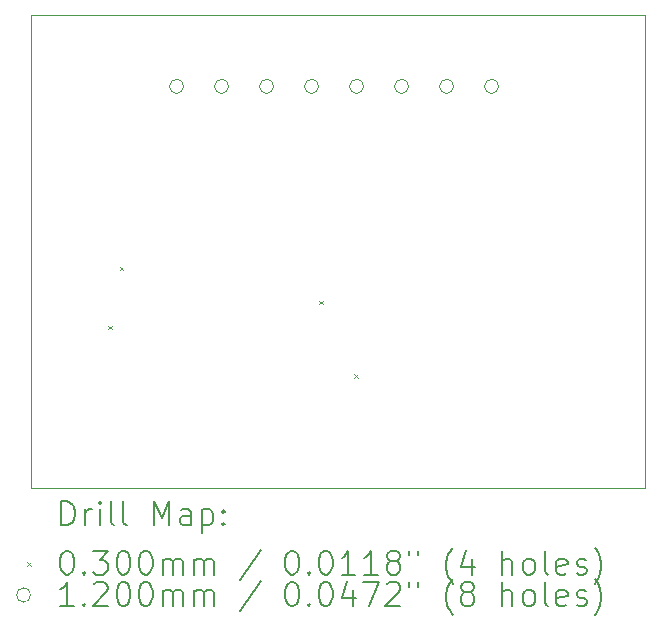
<source format=gbr>
%TF.GenerationSoftware,KiCad,Pcbnew,9.0.6*%
%TF.CreationDate,2025-11-17T15:03:21+03:00*%
%TF.ProjectId,TempControl4ch,54656d70-436f-46e7-9472-6f6c3463682e,rev?*%
%TF.SameCoordinates,Original*%
%TF.FileFunction,Drillmap*%
%TF.FilePolarity,Positive*%
%FSLAX45Y45*%
G04 Gerber Fmt 4.5, Leading zero omitted, Abs format (unit mm)*
G04 Created by KiCad (PCBNEW 9.0.6) date 2025-11-17 15:03:21*
%MOMM*%
%LPD*%
G01*
G04 APERTURE LIST*
%ADD10C,0.050000*%
%ADD11C,0.200000*%
%ADD12C,0.100000*%
%ADD13C,0.120000*%
G04 APERTURE END LIST*
D10*
X11800000Y-5800000D02*
X17000000Y-5800000D01*
X17000000Y-9800000D01*
X11800000Y-9800000D01*
X11800000Y-5800000D01*
D11*
D12*
X12454200Y-8427650D02*
X12484200Y-8457650D01*
X12484200Y-8427650D02*
X12454200Y-8457650D01*
X12551250Y-7928520D02*
X12581250Y-7958520D01*
X12581250Y-7928520D02*
X12551250Y-7958520D01*
X14240000Y-8215670D02*
X14270000Y-8245670D01*
X14270000Y-8215670D02*
X14240000Y-8245670D01*
X14537190Y-8835980D02*
X14567190Y-8865980D01*
X14567190Y-8835980D02*
X14537190Y-8865980D01*
D13*
X13093000Y-6400000D02*
G75*
G02*
X12973000Y-6400000I-60000J0D01*
G01*
X12973000Y-6400000D02*
G75*
G02*
X13093000Y-6400000I60000J0D01*
G01*
X13474000Y-6400000D02*
G75*
G02*
X13354000Y-6400000I-60000J0D01*
G01*
X13354000Y-6400000D02*
G75*
G02*
X13474000Y-6400000I60000J0D01*
G01*
X13855000Y-6400000D02*
G75*
G02*
X13735000Y-6400000I-60000J0D01*
G01*
X13735000Y-6400000D02*
G75*
G02*
X13855000Y-6400000I60000J0D01*
G01*
X14236000Y-6400000D02*
G75*
G02*
X14116000Y-6400000I-60000J0D01*
G01*
X14116000Y-6400000D02*
G75*
G02*
X14236000Y-6400000I60000J0D01*
G01*
X14617000Y-6400000D02*
G75*
G02*
X14497000Y-6400000I-60000J0D01*
G01*
X14497000Y-6400000D02*
G75*
G02*
X14617000Y-6400000I60000J0D01*
G01*
X14998000Y-6400000D02*
G75*
G02*
X14878000Y-6400000I-60000J0D01*
G01*
X14878000Y-6400000D02*
G75*
G02*
X14998000Y-6400000I60000J0D01*
G01*
X15379000Y-6400000D02*
G75*
G02*
X15259000Y-6400000I-60000J0D01*
G01*
X15259000Y-6400000D02*
G75*
G02*
X15379000Y-6400000I60000J0D01*
G01*
X15760000Y-6400000D02*
G75*
G02*
X15640000Y-6400000I-60000J0D01*
G01*
X15640000Y-6400000D02*
G75*
G02*
X15760000Y-6400000I60000J0D01*
G01*
D11*
X12058277Y-10113984D02*
X12058277Y-9913984D01*
X12058277Y-9913984D02*
X12105896Y-9913984D01*
X12105896Y-9913984D02*
X12134467Y-9923508D01*
X12134467Y-9923508D02*
X12153515Y-9942555D01*
X12153515Y-9942555D02*
X12163039Y-9961603D01*
X12163039Y-9961603D02*
X12172562Y-9999698D01*
X12172562Y-9999698D02*
X12172562Y-10028270D01*
X12172562Y-10028270D02*
X12163039Y-10066365D01*
X12163039Y-10066365D02*
X12153515Y-10085412D01*
X12153515Y-10085412D02*
X12134467Y-10104460D01*
X12134467Y-10104460D02*
X12105896Y-10113984D01*
X12105896Y-10113984D02*
X12058277Y-10113984D01*
X12258277Y-10113984D02*
X12258277Y-9980650D01*
X12258277Y-10018746D02*
X12267801Y-9999698D01*
X12267801Y-9999698D02*
X12277324Y-9990174D01*
X12277324Y-9990174D02*
X12296372Y-9980650D01*
X12296372Y-9980650D02*
X12315420Y-9980650D01*
X12382086Y-10113984D02*
X12382086Y-9980650D01*
X12382086Y-9913984D02*
X12372562Y-9923508D01*
X12372562Y-9923508D02*
X12382086Y-9933031D01*
X12382086Y-9933031D02*
X12391610Y-9923508D01*
X12391610Y-9923508D02*
X12382086Y-9913984D01*
X12382086Y-9913984D02*
X12382086Y-9933031D01*
X12505896Y-10113984D02*
X12486848Y-10104460D01*
X12486848Y-10104460D02*
X12477324Y-10085412D01*
X12477324Y-10085412D02*
X12477324Y-9913984D01*
X12610658Y-10113984D02*
X12591610Y-10104460D01*
X12591610Y-10104460D02*
X12582086Y-10085412D01*
X12582086Y-10085412D02*
X12582086Y-9913984D01*
X12839229Y-10113984D02*
X12839229Y-9913984D01*
X12839229Y-9913984D02*
X12905896Y-10056841D01*
X12905896Y-10056841D02*
X12972562Y-9913984D01*
X12972562Y-9913984D02*
X12972562Y-10113984D01*
X13153515Y-10113984D02*
X13153515Y-10009222D01*
X13153515Y-10009222D02*
X13143991Y-9990174D01*
X13143991Y-9990174D02*
X13124943Y-9980650D01*
X13124943Y-9980650D02*
X13086848Y-9980650D01*
X13086848Y-9980650D02*
X13067801Y-9990174D01*
X13153515Y-10104460D02*
X13134467Y-10113984D01*
X13134467Y-10113984D02*
X13086848Y-10113984D01*
X13086848Y-10113984D02*
X13067801Y-10104460D01*
X13067801Y-10104460D02*
X13058277Y-10085412D01*
X13058277Y-10085412D02*
X13058277Y-10066365D01*
X13058277Y-10066365D02*
X13067801Y-10047317D01*
X13067801Y-10047317D02*
X13086848Y-10037793D01*
X13086848Y-10037793D02*
X13134467Y-10037793D01*
X13134467Y-10037793D02*
X13153515Y-10028270D01*
X13248753Y-9980650D02*
X13248753Y-10180650D01*
X13248753Y-9990174D02*
X13267801Y-9980650D01*
X13267801Y-9980650D02*
X13305896Y-9980650D01*
X13305896Y-9980650D02*
X13324943Y-9990174D01*
X13324943Y-9990174D02*
X13334467Y-9999698D01*
X13334467Y-9999698D02*
X13343991Y-10018746D01*
X13343991Y-10018746D02*
X13343991Y-10075889D01*
X13343991Y-10075889D02*
X13334467Y-10094936D01*
X13334467Y-10094936D02*
X13324943Y-10104460D01*
X13324943Y-10104460D02*
X13305896Y-10113984D01*
X13305896Y-10113984D02*
X13267801Y-10113984D01*
X13267801Y-10113984D02*
X13248753Y-10104460D01*
X13429705Y-10094936D02*
X13439229Y-10104460D01*
X13439229Y-10104460D02*
X13429705Y-10113984D01*
X13429705Y-10113984D02*
X13420182Y-10104460D01*
X13420182Y-10104460D02*
X13429705Y-10094936D01*
X13429705Y-10094936D02*
X13429705Y-10113984D01*
X13429705Y-9990174D02*
X13439229Y-9999698D01*
X13439229Y-9999698D02*
X13429705Y-10009222D01*
X13429705Y-10009222D02*
X13420182Y-9999698D01*
X13420182Y-9999698D02*
X13429705Y-9990174D01*
X13429705Y-9990174D02*
X13429705Y-10009222D01*
D12*
X11767500Y-10427500D02*
X11797500Y-10457500D01*
X11797500Y-10427500D02*
X11767500Y-10457500D01*
D11*
X12096372Y-10333984D02*
X12115420Y-10333984D01*
X12115420Y-10333984D02*
X12134467Y-10343508D01*
X12134467Y-10343508D02*
X12143991Y-10353031D01*
X12143991Y-10353031D02*
X12153515Y-10372079D01*
X12153515Y-10372079D02*
X12163039Y-10410174D01*
X12163039Y-10410174D02*
X12163039Y-10457793D01*
X12163039Y-10457793D02*
X12153515Y-10495889D01*
X12153515Y-10495889D02*
X12143991Y-10514936D01*
X12143991Y-10514936D02*
X12134467Y-10524460D01*
X12134467Y-10524460D02*
X12115420Y-10533984D01*
X12115420Y-10533984D02*
X12096372Y-10533984D01*
X12096372Y-10533984D02*
X12077324Y-10524460D01*
X12077324Y-10524460D02*
X12067801Y-10514936D01*
X12067801Y-10514936D02*
X12058277Y-10495889D01*
X12058277Y-10495889D02*
X12048753Y-10457793D01*
X12048753Y-10457793D02*
X12048753Y-10410174D01*
X12048753Y-10410174D02*
X12058277Y-10372079D01*
X12058277Y-10372079D02*
X12067801Y-10353031D01*
X12067801Y-10353031D02*
X12077324Y-10343508D01*
X12077324Y-10343508D02*
X12096372Y-10333984D01*
X12248753Y-10514936D02*
X12258277Y-10524460D01*
X12258277Y-10524460D02*
X12248753Y-10533984D01*
X12248753Y-10533984D02*
X12239229Y-10524460D01*
X12239229Y-10524460D02*
X12248753Y-10514936D01*
X12248753Y-10514936D02*
X12248753Y-10533984D01*
X12324943Y-10333984D02*
X12448753Y-10333984D01*
X12448753Y-10333984D02*
X12382086Y-10410174D01*
X12382086Y-10410174D02*
X12410658Y-10410174D01*
X12410658Y-10410174D02*
X12429705Y-10419698D01*
X12429705Y-10419698D02*
X12439229Y-10429222D01*
X12439229Y-10429222D02*
X12448753Y-10448270D01*
X12448753Y-10448270D02*
X12448753Y-10495889D01*
X12448753Y-10495889D02*
X12439229Y-10514936D01*
X12439229Y-10514936D02*
X12429705Y-10524460D01*
X12429705Y-10524460D02*
X12410658Y-10533984D01*
X12410658Y-10533984D02*
X12353515Y-10533984D01*
X12353515Y-10533984D02*
X12334467Y-10524460D01*
X12334467Y-10524460D02*
X12324943Y-10514936D01*
X12572562Y-10333984D02*
X12591610Y-10333984D01*
X12591610Y-10333984D02*
X12610658Y-10343508D01*
X12610658Y-10343508D02*
X12620182Y-10353031D01*
X12620182Y-10353031D02*
X12629705Y-10372079D01*
X12629705Y-10372079D02*
X12639229Y-10410174D01*
X12639229Y-10410174D02*
X12639229Y-10457793D01*
X12639229Y-10457793D02*
X12629705Y-10495889D01*
X12629705Y-10495889D02*
X12620182Y-10514936D01*
X12620182Y-10514936D02*
X12610658Y-10524460D01*
X12610658Y-10524460D02*
X12591610Y-10533984D01*
X12591610Y-10533984D02*
X12572562Y-10533984D01*
X12572562Y-10533984D02*
X12553515Y-10524460D01*
X12553515Y-10524460D02*
X12543991Y-10514936D01*
X12543991Y-10514936D02*
X12534467Y-10495889D01*
X12534467Y-10495889D02*
X12524943Y-10457793D01*
X12524943Y-10457793D02*
X12524943Y-10410174D01*
X12524943Y-10410174D02*
X12534467Y-10372079D01*
X12534467Y-10372079D02*
X12543991Y-10353031D01*
X12543991Y-10353031D02*
X12553515Y-10343508D01*
X12553515Y-10343508D02*
X12572562Y-10333984D01*
X12763039Y-10333984D02*
X12782086Y-10333984D01*
X12782086Y-10333984D02*
X12801134Y-10343508D01*
X12801134Y-10343508D02*
X12810658Y-10353031D01*
X12810658Y-10353031D02*
X12820182Y-10372079D01*
X12820182Y-10372079D02*
X12829705Y-10410174D01*
X12829705Y-10410174D02*
X12829705Y-10457793D01*
X12829705Y-10457793D02*
X12820182Y-10495889D01*
X12820182Y-10495889D02*
X12810658Y-10514936D01*
X12810658Y-10514936D02*
X12801134Y-10524460D01*
X12801134Y-10524460D02*
X12782086Y-10533984D01*
X12782086Y-10533984D02*
X12763039Y-10533984D01*
X12763039Y-10533984D02*
X12743991Y-10524460D01*
X12743991Y-10524460D02*
X12734467Y-10514936D01*
X12734467Y-10514936D02*
X12724943Y-10495889D01*
X12724943Y-10495889D02*
X12715420Y-10457793D01*
X12715420Y-10457793D02*
X12715420Y-10410174D01*
X12715420Y-10410174D02*
X12724943Y-10372079D01*
X12724943Y-10372079D02*
X12734467Y-10353031D01*
X12734467Y-10353031D02*
X12743991Y-10343508D01*
X12743991Y-10343508D02*
X12763039Y-10333984D01*
X12915420Y-10533984D02*
X12915420Y-10400650D01*
X12915420Y-10419698D02*
X12924943Y-10410174D01*
X12924943Y-10410174D02*
X12943991Y-10400650D01*
X12943991Y-10400650D02*
X12972563Y-10400650D01*
X12972563Y-10400650D02*
X12991610Y-10410174D01*
X12991610Y-10410174D02*
X13001134Y-10429222D01*
X13001134Y-10429222D02*
X13001134Y-10533984D01*
X13001134Y-10429222D02*
X13010658Y-10410174D01*
X13010658Y-10410174D02*
X13029705Y-10400650D01*
X13029705Y-10400650D02*
X13058277Y-10400650D01*
X13058277Y-10400650D02*
X13077324Y-10410174D01*
X13077324Y-10410174D02*
X13086848Y-10429222D01*
X13086848Y-10429222D02*
X13086848Y-10533984D01*
X13182086Y-10533984D02*
X13182086Y-10400650D01*
X13182086Y-10419698D02*
X13191610Y-10410174D01*
X13191610Y-10410174D02*
X13210658Y-10400650D01*
X13210658Y-10400650D02*
X13239229Y-10400650D01*
X13239229Y-10400650D02*
X13258277Y-10410174D01*
X13258277Y-10410174D02*
X13267801Y-10429222D01*
X13267801Y-10429222D02*
X13267801Y-10533984D01*
X13267801Y-10429222D02*
X13277324Y-10410174D01*
X13277324Y-10410174D02*
X13296372Y-10400650D01*
X13296372Y-10400650D02*
X13324943Y-10400650D01*
X13324943Y-10400650D02*
X13343991Y-10410174D01*
X13343991Y-10410174D02*
X13353515Y-10429222D01*
X13353515Y-10429222D02*
X13353515Y-10533984D01*
X13743991Y-10324460D02*
X13572563Y-10581603D01*
X14001134Y-10333984D02*
X14020182Y-10333984D01*
X14020182Y-10333984D02*
X14039229Y-10343508D01*
X14039229Y-10343508D02*
X14048753Y-10353031D01*
X14048753Y-10353031D02*
X14058277Y-10372079D01*
X14058277Y-10372079D02*
X14067801Y-10410174D01*
X14067801Y-10410174D02*
X14067801Y-10457793D01*
X14067801Y-10457793D02*
X14058277Y-10495889D01*
X14058277Y-10495889D02*
X14048753Y-10514936D01*
X14048753Y-10514936D02*
X14039229Y-10524460D01*
X14039229Y-10524460D02*
X14020182Y-10533984D01*
X14020182Y-10533984D02*
X14001134Y-10533984D01*
X14001134Y-10533984D02*
X13982086Y-10524460D01*
X13982086Y-10524460D02*
X13972563Y-10514936D01*
X13972563Y-10514936D02*
X13963039Y-10495889D01*
X13963039Y-10495889D02*
X13953515Y-10457793D01*
X13953515Y-10457793D02*
X13953515Y-10410174D01*
X13953515Y-10410174D02*
X13963039Y-10372079D01*
X13963039Y-10372079D02*
X13972563Y-10353031D01*
X13972563Y-10353031D02*
X13982086Y-10343508D01*
X13982086Y-10343508D02*
X14001134Y-10333984D01*
X14153515Y-10514936D02*
X14163039Y-10524460D01*
X14163039Y-10524460D02*
X14153515Y-10533984D01*
X14153515Y-10533984D02*
X14143991Y-10524460D01*
X14143991Y-10524460D02*
X14153515Y-10514936D01*
X14153515Y-10514936D02*
X14153515Y-10533984D01*
X14286848Y-10333984D02*
X14305896Y-10333984D01*
X14305896Y-10333984D02*
X14324944Y-10343508D01*
X14324944Y-10343508D02*
X14334467Y-10353031D01*
X14334467Y-10353031D02*
X14343991Y-10372079D01*
X14343991Y-10372079D02*
X14353515Y-10410174D01*
X14353515Y-10410174D02*
X14353515Y-10457793D01*
X14353515Y-10457793D02*
X14343991Y-10495889D01*
X14343991Y-10495889D02*
X14334467Y-10514936D01*
X14334467Y-10514936D02*
X14324944Y-10524460D01*
X14324944Y-10524460D02*
X14305896Y-10533984D01*
X14305896Y-10533984D02*
X14286848Y-10533984D01*
X14286848Y-10533984D02*
X14267801Y-10524460D01*
X14267801Y-10524460D02*
X14258277Y-10514936D01*
X14258277Y-10514936D02*
X14248753Y-10495889D01*
X14248753Y-10495889D02*
X14239229Y-10457793D01*
X14239229Y-10457793D02*
X14239229Y-10410174D01*
X14239229Y-10410174D02*
X14248753Y-10372079D01*
X14248753Y-10372079D02*
X14258277Y-10353031D01*
X14258277Y-10353031D02*
X14267801Y-10343508D01*
X14267801Y-10343508D02*
X14286848Y-10333984D01*
X14543991Y-10533984D02*
X14429706Y-10533984D01*
X14486848Y-10533984D02*
X14486848Y-10333984D01*
X14486848Y-10333984D02*
X14467801Y-10362555D01*
X14467801Y-10362555D02*
X14448753Y-10381603D01*
X14448753Y-10381603D02*
X14429706Y-10391127D01*
X14734467Y-10533984D02*
X14620182Y-10533984D01*
X14677325Y-10533984D02*
X14677325Y-10333984D01*
X14677325Y-10333984D02*
X14658277Y-10362555D01*
X14658277Y-10362555D02*
X14639229Y-10381603D01*
X14639229Y-10381603D02*
X14620182Y-10391127D01*
X14848753Y-10419698D02*
X14829706Y-10410174D01*
X14829706Y-10410174D02*
X14820182Y-10400650D01*
X14820182Y-10400650D02*
X14810658Y-10381603D01*
X14810658Y-10381603D02*
X14810658Y-10372079D01*
X14810658Y-10372079D02*
X14820182Y-10353031D01*
X14820182Y-10353031D02*
X14829706Y-10343508D01*
X14829706Y-10343508D02*
X14848753Y-10333984D01*
X14848753Y-10333984D02*
X14886848Y-10333984D01*
X14886848Y-10333984D02*
X14905896Y-10343508D01*
X14905896Y-10343508D02*
X14915420Y-10353031D01*
X14915420Y-10353031D02*
X14924944Y-10372079D01*
X14924944Y-10372079D02*
X14924944Y-10381603D01*
X14924944Y-10381603D02*
X14915420Y-10400650D01*
X14915420Y-10400650D02*
X14905896Y-10410174D01*
X14905896Y-10410174D02*
X14886848Y-10419698D01*
X14886848Y-10419698D02*
X14848753Y-10419698D01*
X14848753Y-10419698D02*
X14829706Y-10429222D01*
X14829706Y-10429222D02*
X14820182Y-10438746D01*
X14820182Y-10438746D02*
X14810658Y-10457793D01*
X14810658Y-10457793D02*
X14810658Y-10495889D01*
X14810658Y-10495889D02*
X14820182Y-10514936D01*
X14820182Y-10514936D02*
X14829706Y-10524460D01*
X14829706Y-10524460D02*
X14848753Y-10533984D01*
X14848753Y-10533984D02*
X14886848Y-10533984D01*
X14886848Y-10533984D02*
X14905896Y-10524460D01*
X14905896Y-10524460D02*
X14915420Y-10514936D01*
X14915420Y-10514936D02*
X14924944Y-10495889D01*
X14924944Y-10495889D02*
X14924944Y-10457793D01*
X14924944Y-10457793D02*
X14915420Y-10438746D01*
X14915420Y-10438746D02*
X14905896Y-10429222D01*
X14905896Y-10429222D02*
X14886848Y-10419698D01*
X15001134Y-10333984D02*
X15001134Y-10372079D01*
X15077325Y-10333984D02*
X15077325Y-10372079D01*
X15372563Y-10610174D02*
X15363039Y-10600650D01*
X15363039Y-10600650D02*
X15343991Y-10572079D01*
X15343991Y-10572079D02*
X15334468Y-10553031D01*
X15334468Y-10553031D02*
X15324944Y-10524460D01*
X15324944Y-10524460D02*
X15315420Y-10476841D01*
X15315420Y-10476841D02*
X15315420Y-10438746D01*
X15315420Y-10438746D02*
X15324944Y-10391127D01*
X15324944Y-10391127D02*
X15334468Y-10362555D01*
X15334468Y-10362555D02*
X15343991Y-10343508D01*
X15343991Y-10343508D02*
X15363039Y-10314936D01*
X15363039Y-10314936D02*
X15372563Y-10305412D01*
X15534468Y-10400650D02*
X15534468Y-10533984D01*
X15486848Y-10324460D02*
X15439229Y-10467317D01*
X15439229Y-10467317D02*
X15563039Y-10467317D01*
X15791610Y-10533984D02*
X15791610Y-10333984D01*
X15877325Y-10533984D02*
X15877325Y-10429222D01*
X15877325Y-10429222D02*
X15867801Y-10410174D01*
X15867801Y-10410174D02*
X15848753Y-10400650D01*
X15848753Y-10400650D02*
X15820182Y-10400650D01*
X15820182Y-10400650D02*
X15801134Y-10410174D01*
X15801134Y-10410174D02*
X15791610Y-10419698D01*
X16001134Y-10533984D02*
X15982087Y-10524460D01*
X15982087Y-10524460D02*
X15972563Y-10514936D01*
X15972563Y-10514936D02*
X15963039Y-10495889D01*
X15963039Y-10495889D02*
X15963039Y-10438746D01*
X15963039Y-10438746D02*
X15972563Y-10419698D01*
X15972563Y-10419698D02*
X15982087Y-10410174D01*
X15982087Y-10410174D02*
X16001134Y-10400650D01*
X16001134Y-10400650D02*
X16029706Y-10400650D01*
X16029706Y-10400650D02*
X16048753Y-10410174D01*
X16048753Y-10410174D02*
X16058277Y-10419698D01*
X16058277Y-10419698D02*
X16067801Y-10438746D01*
X16067801Y-10438746D02*
X16067801Y-10495889D01*
X16067801Y-10495889D02*
X16058277Y-10514936D01*
X16058277Y-10514936D02*
X16048753Y-10524460D01*
X16048753Y-10524460D02*
X16029706Y-10533984D01*
X16029706Y-10533984D02*
X16001134Y-10533984D01*
X16182087Y-10533984D02*
X16163039Y-10524460D01*
X16163039Y-10524460D02*
X16153515Y-10505412D01*
X16153515Y-10505412D02*
X16153515Y-10333984D01*
X16334468Y-10524460D02*
X16315420Y-10533984D01*
X16315420Y-10533984D02*
X16277325Y-10533984D01*
X16277325Y-10533984D02*
X16258277Y-10524460D01*
X16258277Y-10524460D02*
X16248753Y-10505412D01*
X16248753Y-10505412D02*
X16248753Y-10429222D01*
X16248753Y-10429222D02*
X16258277Y-10410174D01*
X16258277Y-10410174D02*
X16277325Y-10400650D01*
X16277325Y-10400650D02*
X16315420Y-10400650D01*
X16315420Y-10400650D02*
X16334468Y-10410174D01*
X16334468Y-10410174D02*
X16343991Y-10429222D01*
X16343991Y-10429222D02*
X16343991Y-10448270D01*
X16343991Y-10448270D02*
X16248753Y-10467317D01*
X16420182Y-10524460D02*
X16439230Y-10533984D01*
X16439230Y-10533984D02*
X16477325Y-10533984D01*
X16477325Y-10533984D02*
X16496372Y-10524460D01*
X16496372Y-10524460D02*
X16505896Y-10505412D01*
X16505896Y-10505412D02*
X16505896Y-10495889D01*
X16505896Y-10495889D02*
X16496372Y-10476841D01*
X16496372Y-10476841D02*
X16477325Y-10467317D01*
X16477325Y-10467317D02*
X16448753Y-10467317D01*
X16448753Y-10467317D02*
X16429706Y-10457793D01*
X16429706Y-10457793D02*
X16420182Y-10438746D01*
X16420182Y-10438746D02*
X16420182Y-10429222D01*
X16420182Y-10429222D02*
X16429706Y-10410174D01*
X16429706Y-10410174D02*
X16448753Y-10400650D01*
X16448753Y-10400650D02*
X16477325Y-10400650D01*
X16477325Y-10400650D02*
X16496372Y-10410174D01*
X16572563Y-10610174D02*
X16582087Y-10600650D01*
X16582087Y-10600650D02*
X16601134Y-10572079D01*
X16601134Y-10572079D02*
X16610658Y-10553031D01*
X16610658Y-10553031D02*
X16620182Y-10524460D01*
X16620182Y-10524460D02*
X16629706Y-10476841D01*
X16629706Y-10476841D02*
X16629706Y-10438746D01*
X16629706Y-10438746D02*
X16620182Y-10391127D01*
X16620182Y-10391127D02*
X16610658Y-10362555D01*
X16610658Y-10362555D02*
X16601134Y-10343508D01*
X16601134Y-10343508D02*
X16582087Y-10314936D01*
X16582087Y-10314936D02*
X16572563Y-10305412D01*
D13*
X11797500Y-10706500D02*
G75*
G02*
X11677500Y-10706500I-60000J0D01*
G01*
X11677500Y-10706500D02*
G75*
G02*
X11797500Y-10706500I60000J0D01*
G01*
D11*
X12163039Y-10797984D02*
X12048753Y-10797984D01*
X12105896Y-10797984D02*
X12105896Y-10597984D01*
X12105896Y-10597984D02*
X12086848Y-10626555D01*
X12086848Y-10626555D02*
X12067801Y-10645603D01*
X12067801Y-10645603D02*
X12048753Y-10655127D01*
X12248753Y-10778936D02*
X12258277Y-10788460D01*
X12258277Y-10788460D02*
X12248753Y-10797984D01*
X12248753Y-10797984D02*
X12239229Y-10788460D01*
X12239229Y-10788460D02*
X12248753Y-10778936D01*
X12248753Y-10778936D02*
X12248753Y-10797984D01*
X12334467Y-10617031D02*
X12343991Y-10607508D01*
X12343991Y-10607508D02*
X12363039Y-10597984D01*
X12363039Y-10597984D02*
X12410658Y-10597984D01*
X12410658Y-10597984D02*
X12429705Y-10607508D01*
X12429705Y-10607508D02*
X12439229Y-10617031D01*
X12439229Y-10617031D02*
X12448753Y-10636079D01*
X12448753Y-10636079D02*
X12448753Y-10655127D01*
X12448753Y-10655127D02*
X12439229Y-10683698D01*
X12439229Y-10683698D02*
X12324943Y-10797984D01*
X12324943Y-10797984D02*
X12448753Y-10797984D01*
X12572562Y-10597984D02*
X12591610Y-10597984D01*
X12591610Y-10597984D02*
X12610658Y-10607508D01*
X12610658Y-10607508D02*
X12620182Y-10617031D01*
X12620182Y-10617031D02*
X12629705Y-10636079D01*
X12629705Y-10636079D02*
X12639229Y-10674174D01*
X12639229Y-10674174D02*
X12639229Y-10721793D01*
X12639229Y-10721793D02*
X12629705Y-10759889D01*
X12629705Y-10759889D02*
X12620182Y-10778936D01*
X12620182Y-10778936D02*
X12610658Y-10788460D01*
X12610658Y-10788460D02*
X12591610Y-10797984D01*
X12591610Y-10797984D02*
X12572562Y-10797984D01*
X12572562Y-10797984D02*
X12553515Y-10788460D01*
X12553515Y-10788460D02*
X12543991Y-10778936D01*
X12543991Y-10778936D02*
X12534467Y-10759889D01*
X12534467Y-10759889D02*
X12524943Y-10721793D01*
X12524943Y-10721793D02*
X12524943Y-10674174D01*
X12524943Y-10674174D02*
X12534467Y-10636079D01*
X12534467Y-10636079D02*
X12543991Y-10617031D01*
X12543991Y-10617031D02*
X12553515Y-10607508D01*
X12553515Y-10607508D02*
X12572562Y-10597984D01*
X12763039Y-10597984D02*
X12782086Y-10597984D01*
X12782086Y-10597984D02*
X12801134Y-10607508D01*
X12801134Y-10607508D02*
X12810658Y-10617031D01*
X12810658Y-10617031D02*
X12820182Y-10636079D01*
X12820182Y-10636079D02*
X12829705Y-10674174D01*
X12829705Y-10674174D02*
X12829705Y-10721793D01*
X12829705Y-10721793D02*
X12820182Y-10759889D01*
X12820182Y-10759889D02*
X12810658Y-10778936D01*
X12810658Y-10778936D02*
X12801134Y-10788460D01*
X12801134Y-10788460D02*
X12782086Y-10797984D01*
X12782086Y-10797984D02*
X12763039Y-10797984D01*
X12763039Y-10797984D02*
X12743991Y-10788460D01*
X12743991Y-10788460D02*
X12734467Y-10778936D01*
X12734467Y-10778936D02*
X12724943Y-10759889D01*
X12724943Y-10759889D02*
X12715420Y-10721793D01*
X12715420Y-10721793D02*
X12715420Y-10674174D01*
X12715420Y-10674174D02*
X12724943Y-10636079D01*
X12724943Y-10636079D02*
X12734467Y-10617031D01*
X12734467Y-10617031D02*
X12743991Y-10607508D01*
X12743991Y-10607508D02*
X12763039Y-10597984D01*
X12915420Y-10797984D02*
X12915420Y-10664650D01*
X12915420Y-10683698D02*
X12924943Y-10674174D01*
X12924943Y-10674174D02*
X12943991Y-10664650D01*
X12943991Y-10664650D02*
X12972563Y-10664650D01*
X12972563Y-10664650D02*
X12991610Y-10674174D01*
X12991610Y-10674174D02*
X13001134Y-10693222D01*
X13001134Y-10693222D02*
X13001134Y-10797984D01*
X13001134Y-10693222D02*
X13010658Y-10674174D01*
X13010658Y-10674174D02*
X13029705Y-10664650D01*
X13029705Y-10664650D02*
X13058277Y-10664650D01*
X13058277Y-10664650D02*
X13077324Y-10674174D01*
X13077324Y-10674174D02*
X13086848Y-10693222D01*
X13086848Y-10693222D02*
X13086848Y-10797984D01*
X13182086Y-10797984D02*
X13182086Y-10664650D01*
X13182086Y-10683698D02*
X13191610Y-10674174D01*
X13191610Y-10674174D02*
X13210658Y-10664650D01*
X13210658Y-10664650D02*
X13239229Y-10664650D01*
X13239229Y-10664650D02*
X13258277Y-10674174D01*
X13258277Y-10674174D02*
X13267801Y-10693222D01*
X13267801Y-10693222D02*
X13267801Y-10797984D01*
X13267801Y-10693222D02*
X13277324Y-10674174D01*
X13277324Y-10674174D02*
X13296372Y-10664650D01*
X13296372Y-10664650D02*
X13324943Y-10664650D01*
X13324943Y-10664650D02*
X13343991Y-10674174D01*
X13343991Y-10674174D02*
X13353515Y-10693222D01*
X13353515Y-10693222D02*
X13353515Y-10797984D01*
X13743991Y-10588460D02*
X13572563Y-10845603D01*
X14001134Y-10597984D02*
X14020182Y-10597984D01*
X14020182Y-10597984D02*
X14039229Y-10607508D01*
X14039229Y-10607508D02*
X14048753Y-10617031D01*
X14048753Y-10617031D02*
X14058277Y-10636079D01*
X14058277Y-10636079D02*
X14067801Y-10674174D01*
X14067801Y-10674174D02*
X14067801Y-10721793D01*
X14067801Y-10721793D02*
X14058277Y-10759889D01*
X14058277Y-10759889D02*
X14048753Y-10778936D01*
X14048753Y-10778936D02*
X14039229Y-10788460D01*
X14039229Y-10788460D02*
X14020182Y-10797984D01*
X14020182Y-10797984D02*
X14001134Y-10797984D01*
X14001134Y-10797984D02*
X13982086Y-10788460D01*
X13982086Y-10788460D02*
X13972563Y-10778936D01*
X13972563Y-10778936D02*
X13963039Y-10759889D01*
X13963039Y-10759889D02*
X13953515Y-10721793D01*
X13953515Y-10721793D02*
X13953515Y-10674174D01*
X13953515Y-10674174D02*
X13963039Y-10636079D01*
X13963039Y-10636079D02*
X13972563Y-10617031D01*
X13972563Y-10617031D02*
X13982086Y-10607508D01*
X13982086Y-10607508D02*
X14001134Y-10597984D01*
X14153515Y-10778936D02*
X14163039Y-10788460D01*
X14163039Y-10788460D02*
X14153515Y-10797984D01*
X14153515Y-10797984D02*
X14143991Y-10788460D01*
X14143991Y-10788460D02*
X14153515Y-10778936D01*
X14153515Y-10778936D02*
X14153515Y-10797984D01*
X14286848Y-10597984D02*
X14305896Y-10597984D01*
X14305896Y-10597984D02*
X14324944Y-10607508D01*
X14324944Y-10607508D02*
X14334467Y-10617031D01*
X14334467Y-10617031D02*
X14343991Y-10636079D01*
X14343991Y-10636079D02*
X14353515Y-10674174D01*
X14353515Y-10674174D02*
X14353515Y-10721793D01*
X14353515Y-10721793D02*
X14343991Y-10759889D01*
X14343991Y-10759889D02*
X14334467Y-10778936D01*
X14334467Y-10778936D02*
X14324944Y-10788460D01*
X14324944Y-10788460D02*
X14305896Y-10797984D01*
X14305896Y-10797984D02*
X14286848Y-10797984D01*
X14286848Y-10797984D02*
X14267801Y-10788460D01*
X14267801Y-10788460D02*
X14258277Y-10778936D01*
X14258277Y-10778936D02*
X14248753Y-10759889D01*
X14248753Y-10759889D02*
X14239229Y-10721793D01*
X14239229Y-10721793D02*
X14239229Y-10674174D01*
X14239229Y-10674174D02*
X14248753Y-10636079D01*
X14248753Y-10636079D02*
X14258277Y-10617031D01*
X14258277Y-10617031D02*
X14267801Y-10607508D01*
X14267801Y-10607508D02*
X14286848Y-10597984D01*
X14524944Y-10664650D02*
X14524944Y-10797984D01*
X14477325Y-10588460D02*
X14429706Y-10731317D01*
X14429706Y-10731317D02*
X14553515Y-10731317D01*
X14610658Y-10597984D02*
X14743991Y-10597984D01*
X14743991Y-10597984D02*
X14658277Y-10797984D01*
X14810658Y-10617031D02*
X14820182Y-10607508D01*
X14820182Y-10607508D02*
X14839229Y-10597984D01*
X14839229Y-10597984D02*
X14886848Y-10597984D01*
X14886848Y-10597984D02*
X14905896Y-10607508D01*
X14905896Y-10607508D02*
X14915420Y-10617031D01*
X14915420Y-10617031D02*
X14924944Y-10636079D01*
X14924944Y-10636079D02*
X14924944Y-10655127D01*
X14924944Y-10655127D02*
X14915420Y-10683698D01*
X14915420Y-10683698D02*
X14801134Y-10797984D01*
X14801134Y-10797984D02*
X14924944Y-10797984D01*
X15001134Y-10597984D02*
X15001134Y-10636079D01*
X15077325Y-10597984D02*
X15077325Y-10636079D01*
X15372563Y-10874174D02*
X15363039Y-10864650D01*
X15363039Y-10864650D02*
X15343991Y-10836079D01*
X15343991Y-10836079D02*
X15334468Y-10817031D01*
X15334468Y-10817031D02*
X15324944Y-10788460D01*
X15324944Y-10788460D02*
X15315420Y-10740841D01*
X15315420Y-10740841D02*
X15315420Y-10702746D01*
X15315420Y-10702746D02*
X15324944Y-10655127D01*
X15324944Y-10655127D02*
X15334468Y-10626555D01*
X15334468Y-10626555D02*
X15343991Y-10607508D01*
X15343991Y-10607508D02*
X15363039Y-10578936D01*
X15363039Y-10578936D02*
X15372563Y-10569412D01*
X15477325Y-10683698D02*
X15458277Y-10674174D01*
X15458277Y-10674174D02*
X15448753Y-10664650D01*
X15448753Y-10664650D02*
X15439229Y-10645603D01*
X15439229Y-10645603D02*
X15439229Y-10636079D01*
X15439229Y-10636079D02*
X15448753Y-10617031D01*
X15448753Y-10617031D02*
X15458277Y-10607508D01*
X15458277Y-10607508D02*
X15477325Y-10597984D01*
X15477325Y-10597984D02*
X15515420Y-10597984D01*
X15515420Y-10597984D02*
X15534468Y-10607508D01*
X15534468Y-10607508D02*
X15543991Y-10617031D01*
X15543991Y-10617031D02*
X15553515Y-10636079D01*
X15553515Y-10636079D02*
X15553515Y-10645603D01*
X15553515Y-10645603D02*
X15543991Y-10664650D01*
X15543991Y-10664650D02*
X15534468Y-10674174D01*
X15534468Y-10674174D02*
X15515420Y-10683698D01*
X15515420Y-10683698D02*
X15477325Y-10683698D01*
X15477325Y-10683698D02*
X15458277Y-10693222D01*
X15458277Y-10693222D02*
X15448753Y-10702746D01*
X15448753Y-10702746D02*
X15439229Y-10721793D01*
X15439229Y-10721793D02*
X15439229Y-10759889D01*
X15439229Y-10759889D02*
X15448753Y-10778936D01*
X15448753Y-10778936D02*
X15458277Y-10788460D01*
X15458277Y-10788460D02*
X15477325Y-10797984D01*
X15477325Y-10797984D02*
X15515420Y-10797984D01*
X15515420Y-10797984D02*
X15534468Y-10788460D01*
X15534468Y-10788460D02*
X15543991Y-10778936D01*
X15543991Y-10778936D02*
X15553515Y-10759889D01*
X15553515Y-10759889D02*
X15553515Y-10721793D01*
X15553515Y-10721793D02*
X15543991Y-10702746D01*
X15543991Y-10702746D02*
X15534468Y-10693222D01*
X15534468Y-10693222D02*
X15515420Y-10683698D01*
X15791610Y-10797984D02*
X15791610Y-10597984D01*
X15877325Y-10797984D02*
X15877325Y-10693222D01*
X15877325Y-10693222D02*
X15867801Y-10674174D01*
X15867801Y-10674174D02*
X15848753Y-10664650D01*
X15848753Y-10664650D02*
X15820182Y-10664650D01*
X15820182Y-10664650D02*
X15801134Y-10674174D01*
X15801134Y-10674174D02*
X15791610Y-10683698D01*
X16001134Y-10797984D02*
X15982087Y-10788460D01*
X15982087Y-10788460D02*
X15972563Y-10778936D01*
X15972563Y-10778936D02*
X15963039Y-10759889D01*
X15963039Y-10759889D02*
X15963039Y-10702746D01*
X15963039Y-10702746D02*
X15972563Y-10683698D01*
X15972563Y-10683698D02*
X15982087Y-10674174D01*
X15982087Y-10674174D02*
X16001134Y-10664650D01*
X16001134Y-10664650D02*
X16029706Y-10664650D01*
X16029706Y-10664650D02*
X16048753Y-10674174D01*
X16048753Y-10674174D02*
X16058277Y-10683698D01*
X16058277Y-10683698D02*
X16067801Y-10702746D01*
X16067801Y-10702746D02*
X16067801Y-10759889D01*
X16067801Y-10759889D02*
X16058277Y-10778936D01*
X16058277Y-10778936D02*
X16048753Y-10788460D01*
X16048753Y-10788460D02*
X16029706Y-10797984D01*
X16029706Y-10797984D02*
X16001134Y-10797984D01*
X16182087Y-10797984D02*
X16163039Y-10788460D01*
X16163039Y-10788460D02*
X16153515Y-10769412D01*
X16153515Y-10769412D02*
X16153515Y-10597984D01*
X16334468Y-10788460D02*
X16315420Y-10797984D01*
X16315420Y-10797984D02*
X16277325Y-10797984D01*
X16277325Y-10797984D02*
X16258277Y-10788460D01*
X16258277Y-10788460D02*
X16248753Y-10769412D01*
X16248753Y-10769412D02*
X16248753Y-10693222D01*
X16248753Y-10693222D02*
X16258277Y-10674174D01*
X16258277Y-10674174D02*
X16277325Y-10664650D01*
X16277325Y-10664650D02*
X16315420Y-10664650D01*
X16315420Y-10664650D02*
X16334468Y-10674174D01*
X16334468Y-10674174D02*
X16343991Y-10693222D01*
X16343991Y-10693222D02*
X16343991Y-10712270D01*
X16343991Y-10712270D02*
X16248753Y-10731317D01*
X16420182Y-10788460D02*
X16439230Y-10797984D01*
X16439230Y-10797984D02*
X16477325Y-10797984D01*
X16477325Y-10797984D02*
X16496372Y-10788460D01*
X16496372Y-10788460D02*
X16505896Y-10769412D01*
X16505896Y-10769412D02*
X16505896Y-10759889D01*
X16505896Y-10759889D02*
X16496372Y-10740841D01*
X16496372Y-10740841D02*
X16477325Y-10731317D01*
X16477325Y-10731317D02*
X16448753Y-10731317D01*
X16448753Y-10731317D02*
X16429706Y-10721793D01*
X16429706Y-10721793D02*
X16420182Y-10702746D01*
X16420182Y-10702746D02*
X16420182Y-10693222D01*
X16420182Y-10693222D02*
X16429706Y-10674174D01*
X16429706Y-10674174D02*
X16448753Y-10664650D01*
X16448753Y-10664650D02*
X16477325Y-10664650D01*
X16477325Y-10664650D02*
X16496372Y-10674174D01*
X16572563Y-10874174D02*
X16582087Y-10864650D01*
X16582087Y-10864650D02*
X16601134Y-10836079D01*
X16601134Y-10836079D02*
X16610658Y-10817031D01*
X16610658Y-10817031D02*
X16620182Y-10788460D01*
X16620182Y-10788460D02*
X16629706Y-10740841D01*
X16629706Y-10740841D02*
X16629706Y-10702746D01*
X16629706Y-10702746D02*
X16620182Y-10655127D01*
X16620182Y-10655127D02*
X16610658Y-10626555D01*
X16610658Y-10626555D02*
X16601134Y-10607508D01*
X16601134Y-10607508D02*
X16582087Y-10578936D01*
X16582087Y-10578936D02*
X16572563Y-10569412D01*
M02*

</source>
